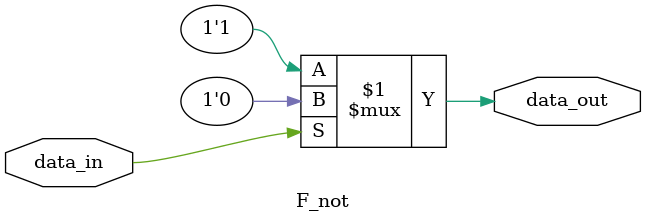
<source format=v>
module F_not (
    input wire     data_in,
    output wire    data_out
);

assign data_out = (data_in) ? 1'b0 : 1'b1;

endmodule
</source>
